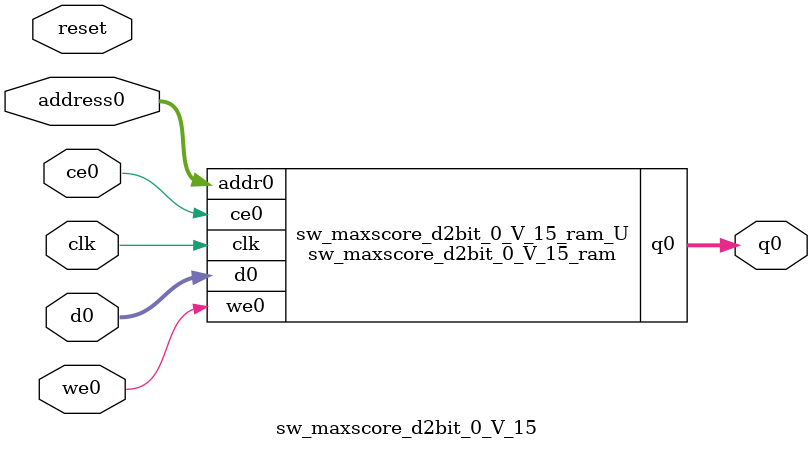
<source format=v>

`timescale 1 ns / 1 ps
module sw_maxscore_d2bit_0_V_15_ram (addr0, ce0, d0, we0, q0,  clk);

parameter DWIDTH = 2;
parameter AWIDTH = 3;
parameter MEM_SIZE = 8;

input[AWIDTH-1:0] addr0;
input ce0;
input[DWIDTH-1:0] d0;
input we0;
output reg[DWIDTH-1:0] q0;
input clk;

(* ram_style = "distributed" *)reg [DWIDTH-1:0] ram[0:MEM_SIZE-1];




always @(posedge clk)  
begin 
    if (ce0) 
    begin
        if (we0) 
        begin 
            ram[addr0] <= d0; 
            q0 <= d0;
        end 
        else 
            q0 <= ram[addr0];
    end
end


endmodule


`timescale 1 ns / 1 ps
module sw_maxscore_d2bit_0_V_15(
    reset,
    clk,
    address0,
    ce0,
    we0,
    d0,
    q0);

parameter DataWidth = 32'd2;
parameter AddressRange = 32'd8;
parameter AddressWidth = 32'd3;
input reset;
input clk;
input[AddressWidth - 1:0] address0;
input ce0;
input we0;
input[DataWidth - 1:0] d0;
output[DataWidth - 1:0] q0;



sw_maxscore_d2bit_0_V_15_ram sw_maxscore_d2bit_0_V_15_ram_U(
    .clk( clk ),
    .addr0( address0 ),
    .ce0( ce0 ),
    .d0( d0 ),
    .we0( we0 ),
    .q0( q0 ));

endmodule


</source>
